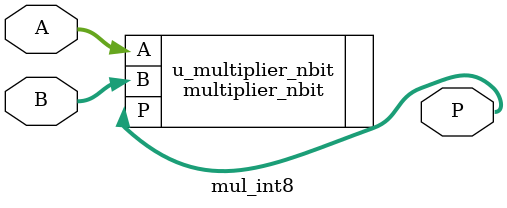
<source format=v>

module mul_int8 #(
    parameter WIDTH = 8,
    parameter IMPL_TYPE = 0
)(
    input  [WIDTH-1:0] A,  // Multiplicand
    input  [WIDTH-1:0] B,  // Multiplier
    output [WIDTH-1:0] P   // Lower WIDTH bits of the product
);

    // Instantiate the n-bit multiplier submodule
    multiplier_nbit #(
        .WIDTH(WIDTH),
        .IMPL_TYPE(IMPL_TYPE)
    ) u_multiplier_nbit (
        .A(A),
        .B(B),
        .P(P)
    );

endmodule

</source>
